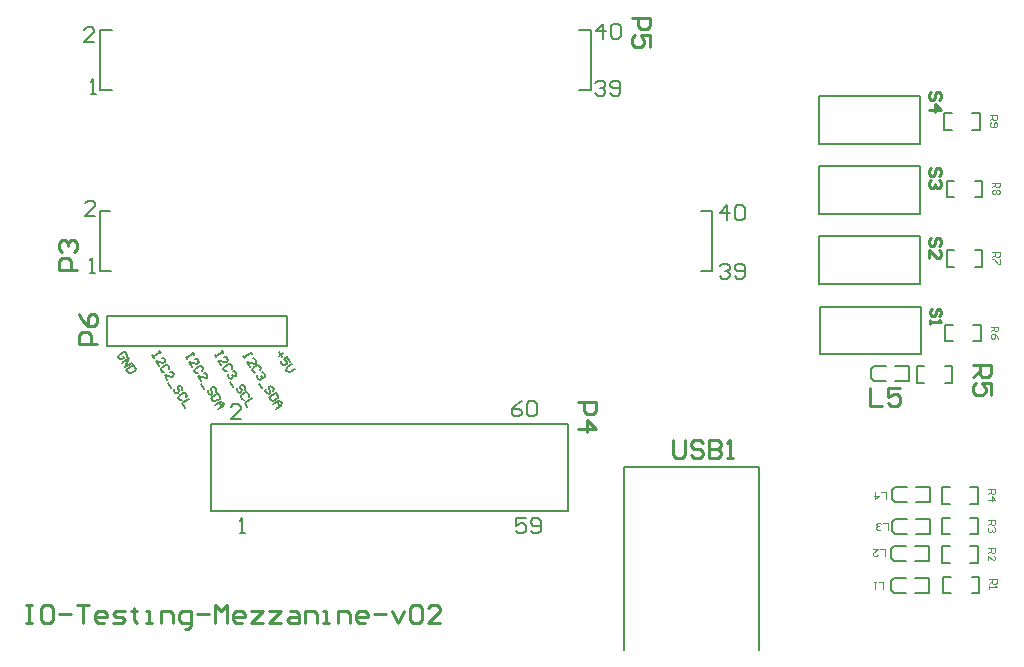
<source format=gto>
%FSTAX24Y24*%
%MOMM*%
%SFA1B1*%

%IPPOS*%
%ADD19C,0.250000*%
%ADD34C,0.200000*%
%ADD35C,0.130000*%
%ADD36C,0.180000*%
%ADD37C,0.150000*%
%ADD38C,0.100000*%
%ADD39C,0.200000*%
%LNio-testing-mezzanine-1*%
%LPD*%
G54D19*
X119399Y138399D02*
X124499D01*
X121899*
Y123199*
X119399*
X124499*
X1397Y138399D02*
X134599D01*
X132099Y135899*
Y125699*
X134599Y123199*
X1397*
X142199Y125699*
Y135899*
X1397Y138399*
X147299Y130799D02*
X157499D01*
X162499Y138399D02*
X172699D01*
X167599*
Y123199*
X185399D02*
X180299D01*
X1778Y125699*
Y130799*
X180299Y133299*
X185399*
X187899Y130799*
Y128299*
X1778*
X192999Y123199D02*
X200599D01*
X2032Y125699*
X200599Y128299*
X195599*
X192999Y130799*
X195599Y133299*
X2032*
X210799Y135899D02*
Y133299D01*
X208299*
X213299*
X210799*
Y125699*
X213299Y123199*
X220899D02*
X225999D01*
X223499*
Y133299*
X220899*
X233599Y123199D02*
Y133299D01*
X2413*
X243799Y130799*
Y123199*
X254Y118099D02*
X256499D01*
X258999Y120699*
Y133299*
X251399*
X248899Y130799*
Y125699*
X251399Y123199*
X258999*
X264099Y130799D02*
X274299D01*
X279299Y123199D02*
Y138399D01*
X284399Y133299*
X289499Y138399*
Y123199*
X302199D02*
X297099D01*
X294599Y125699*
Y130799*
X297099Y133299*
X302199*
X304699Y130799*
Y128299*
X294599*
X309799Y133299D02*
X319999D01*
X309799Y123199*
X319999*
X325099Y133299D02*
X335199D01*
X325099Y123199*
X335199*
X342799Y133299D02*
X347899D01*
X350399Y130799*
Y123199*
X342799*
X340299Y125699*
X342799Y128299*
X350399*
X355499Y123199D02*
Y133299D01*
X363099*
X365699Y130799*
Y123199*
X370799D02*
X375799D01*
X373299*
Y133299*
X370799*
X383499Y123199D02*
Y133299D01*
X391099*
X393599Y130799*
Y123199*
X406299D02*
X401199D01*
X398699Y125699*
Y130799*
X401199Y133299*
X406299*
X408799Y130799*
Y128299*
X398699*
X413899Y130799D02*
X424099D01*
X429199Y133299D02*
X434199Y123199D01*
X439299Y133299*
X444399Y135899D02*
X446899Y138399D01*
X451999*
X454599Y135899*
Y125699*
X451999Y123199*
X446899*
X444399Y125699*
Y135899*
X469799Y123199D02*
X459599D01*
X469799Y133299*
Y135899*
X467199Y138399*
X462199*
X459599Y135899*
X587099Y310299D02*
X602399D01*
Y302599*
X599799Y300099*
X594799*
X592199Y302599*
Y310299*
X587099Y287399D02*
X602399D01*
X594799Y294999*
Y284899*
X667099Y278199D02*
Y265499D01*
X669599Y262999*
X674699*
X677299Y265499*
Y278199*
X692499Y275699D02*
X689999Y278199D01*
X684899*
X682299Y275699*
Y273199*
X684899Y270599*
X689999*
X692499Y268099*
Y265499*
X689999Y262999*
X684899*
X682299Y265499*
X697599Y278199D02*
Y262999D01*
X705199*
X707699Y265499*
Y268099*
X705199Y270599*
X697599*
X705199*
X707699Y273199*
Y275699*
X705199Y278199*
X697599*
X712799Y262999D02*
X717899D01*
X715299*
Y278199*
X712799Y275699*
X179399Y359399D02*
X164199D01*
Y366999*
X166699Y369499*
X171799*
X174299Y366999*
Y359399*
X164199Y384699D02*
X166699Y379699D01*
X171799Y374599*
X176899*
X179399Y377099*
Y382199*
X176899Y384699*
X174299*
X171799Y382199*
Y374599*
X921699Y341599D02*
X936899D01*
Y333999*
X934399Y331399*
X929299*
X926799Y333999*
Y341599*
Y336499D02*
X921699Y331399D01*
X936899Y316199D02*
Y326399D01*
X929299*
X931899Y321299*
Y318699*
X929299Y316199*
X924199*
X921699Y318699*
Y323799*
X924199Y326399*
X833999Y321899D02*
Y306699D01*
X844099*
X859399Y321899D02*
X849199D01*
Y314299*
X854299Y316899*
X856799*
X859399Y314299*
Y309199*
X856799Y306699*
X851699*
X849199Y309199*
X162999Y421999D02*
X147799D01*
Y429599*
X150299Y432199*
X155399*
X157899Y429599*
Y421999*
X150299Y437199D02*
X147799Y439799D01*
Y444899*
X150299Y447399*
X152799*
X155399Y444899*
Y442299*
Y444899*
X157899Y447399*
X160499*
X162999Y444899*
Y439799*
X160499Y437199*
X892899Y382699D02*
X894599Y384399D01*
Y387699*
X892899Y389399*
X891299*
X889599Y387699*
Y384399*
X887899Y382699*
X886299*
X884599Y384399*
Y387699*
X886299Y389399*
X884599Y379399D02*
Y376099D01*
Y377699*
X894599*
X892899Y379399*
X892599Y442599D02*
X894299Y444199D01*
Y447499*
X892599Y449199*
X890899*
X889299Y447499*
Y444199*
X887599Y442599*
X885899*
X884299Y444199*
Y447499*
X885899Y449199*
X884299Y432599D02*
Y439199D01*
X890899Y432599*
X892599*
X894299Y434199*
Y437599*
X892599Y439199*
X892399Y566099D02*
X894099Y567799D01*
Y571099*
X892399Y572799*
X890799*
X889099Y571099*
Y567799*
X887399Y566099*
X885799*
X884099Y567799*
Y571099*
X885799Y572799*
X884099Y557799D02*
X894099D01*
X889099Y562799*
Y556099*
X632699Y635799D02*
X647899D01*
Y628199*
X645399Y625699*
X640299*
X637799Y628199*
Y635799*
X647899Y610499D02*
Y620599D01*
X640299*
X642799Y615499*
Y612999*
X640299Y610499*
X635199*
X632699Y612999*
Y618099*
X635199Y620599*
X892599Y501599D02*
X894299Y503199D01*
Y506499*
X892599Y508199*
X890899*
X889299Y506499*
Y503199*
X887599Y501599*
X885899*
X884299Y503199*
Y506499*
X885899Y508199*
X892599Y498199D02*
X894299Y496599D01*
Y493199*
X892599Y491599*
X890899*
X889299Y493199*
Y494899*
Y493199*
X887599Y491599*
X885899*
X884299Y493199*
Y496599*
X885899Y498199*
G54D34*
X182199Y420999D02*
Y471799D01*
X700399Y420999D02*
Y471799D01*
X182199D02*
X190799D01*
X182199Y420999D02*
X191299D01*
X690899D02*
X700399D01*
X690899Y471799D02*
X700399D01*
X187899Y357699D02*
Y383099D01*
X340299Y357699D02*
Y383099D01*
X187899Y357699D02*
X340299D01*
X187899Y383099D02*
X340299D01*
X276399Y291299D02*
X578599D01*
Y217699D02*
Y291299D01*
X276399Y217699D02*
X578599D01*
X276399D02*
Y291299D01*
X182199Y574799D02*
Y625599D01*
X597499Y574799D02*
Y625599D01*
X182199D02*
X192399D01*
X182199Y574799D02*
X192399D01*
X587399D02*
X597499D01*
X587399Y625599D02*
X597499D01*
G54D35*
X625999Y254999D02*
X740299D01*
X740099Y099999D02*
Y254199D01*
X625799Y099999D02*
Y254199D01*
X883699Y175799D02*
Y188399D01*
X851999Y185899D02*
X854499Y188399D01*
X851999Y178299D02*
X854499Y175799D01*
X851999Y178299D02*
Y185899D01*
X854499Y175799D02*
X864699D01*
X872299D02*
X883699D01*
X854499Y188399D02*
X864699D01*
X872299D02*
X883699D01*
X884699Y198799D02*
Y211499D01*
X852999Y208899D02*
X855499Y211499D01*
X852999Y201299D02*
X855499Y198799D01*
X852999Y201299D02*
Y208899D01*
X855499Y198799D02*
X865699D01*
X873299D02*
X884699D01*
X855499Y211499D02*
X865699D01*
X873299D02*
X884699D01*
Y225799D02*
Y238399D01*
X852999Y235899D02*
X855499Y238399D01*
X852999Y228299D02*
X855499Y225799D01*
X852999Y228299D02*
Y235899D01*
X855499Y225799D02*
X865699D01*
X873299D02*
X884699D01*
X855499Y238399D02*
X865699D01*
X873299D02*
X884699D01*
X866899Y328299D02*
Y340999D01*
X835199Y338399D02*
X837699Y340999D01*
X835199Y330799D02*
X837699Y328299D01*
X835199Y330799D02*
Y338399D01*
X837699Y328299D02*
X847899D01*
X855499D02*
X866899D01*
X837699Y340999D02*
X847899D01*
X855499D02*
X866899D01*
X872299Y161499D02*
X883699D01*
X854499D02*
X864699D01*
X872299Y148799D02*
X883699D01*
X854499D02*
X864699D01*
X851999Y151299D02*
Y158899D01*
Y151299D02*
X854499Y148799D01*
X851999Y158899D02*
X854499Y161499D01*
X883699Y148799D02*
Y161499D01*
X791899Y350499D02*
Y391099D01*
X876999Y350499D02*
Y391099D01*
X791899D02*
X876999D01*
X791899Y350499D02*
X876999D01*
X790899Y410499D02*
Y451099D01*
X875999Y410499D02*
Y451099D01*
X790899D02*
X875999D01*
X790899Y410499D02*
X875999D01*
X790899Y528499D02*
Y569099D01*
X875999Y528499D02*
Y569099D01*
X790899D02*
X875999D01*
X790899Y528499D02*
X875999D01*
X790899Y469499D02*
Y510099D01*
X875999Y469499D02*
Y510099D01*
X790899D02*
X875999D01*
X790899Y469499D02*
X875999D01*
G54D36*
X896299Y161999D02*
X902899D01*
X896299Y148199D02*
Y161999D01*
Y148199D02*
X902899D01*
X920099D02*
X926699D01*
Y161999*
X920099D02*
X926699D01*
X895299Y187999D02*
X901899D01*
X895299Y174199D02*
Y187999D01*
Y174199D02*
X901899D01*
X919099D02*
X925699D01*
Y187999*
X919099D02*
X925699D01*
X873499Y340499D02*
X880099D01*
X873499Y326699D02*
Y340499D01*
Y326699D02*
X880099D01*
X897299D02*
X903899D01*
Y340499*
X897299D02*
X903899D01*
X895299Y211899D02*
X901899D01*
X895299Y198099D02*
Y211899D01*
Y198099D02*
X901899D01*
X919099D02*
X925699D01*
Y211899*
X919099D02*
X925699D01*
X898899Y438699D02*
X905499D01*
X898899Y424899D02*
Y438699D01*
Y424899D02*
X905499D01*
X922699D02*
X929299D01*
Y438699*
X922699D02*
X929299D01*
X895299Y237999D02*
X901899D01*
X895299Y224199D02*
Y237999D01*
Y224199D02*
X901899D01*
X919099D02*
X925699D01*
Y237999*
X919099D02*
X925699D01*
X897899Y375699D02*
X904499D01*
X897899Y361899D02*
Y375699D01*
Y361899D02*
X904499D01*
X921699D02*
X928299D01*
Y375699*
X921699D02*
X928299D01*
X898899Y497699D02*
X905499D01*
X898899Y483899D02*
Y497699D01*
Y483899D02*
X905499D01*
X922699D02*
X929299D01*
Y497699*
X922699D02*
X929299D01*
X896899Y554699D02*
X903499D01*
X896899Y540899D02*
Y554699D01*
Y540899D02*
X903499D01*
X920699D02*
X927299D01*
Y554699*
X920699D02*
X927299D01*
G54D37*
X232299Y353399D02*
X233499Y351399D01*
X232899Y352399*
X226999Y348699*
X226399Y349699*
X227599Y347699*
X231899Y340799D02*
X229399Y344799D01*
X235899Y343299*
X236799Y343899*
X237199Y345499*
X235999Y347499*
X234399Y347799*
X240499Y337899D02*
X240899Y339499D01*
X239699Y341499*
X238099Y341899*
X234099Y339399*
X233699Y337799*
X234999Y335899*
X236599Y335499*
X239299Y328899D02*
X236799Y332899D01*
X243199Y331399*
X244199Y331999*
X244599Y333599*
X243399Y335599*
X241799Y335899*
X239499Y326299D02*
X241999Y322299D01*
X251599Y320099D02*
X251999Y321699D01*
X250699Y323699*
X249099Y324099*
X248099Y323399*
X247799Y321799*
X248999Y319799*
X248599Y318199*
X247599Y317599*
X245999Y317999*
X244799Y319999*
X245199Y321599*
X255299Y314099D02*
X255699Y315699D01*
X254399Y317699*
X252799Y318099*
X248899Y315599*
X248499Y313999*
X249699Y312099*
X251299Y311699*
X257499Y312799D02*
X251499Y309099D01*
X254Y305099*
X260699Y352399D02*
X261899Y350399D01*
X261299Y351399*
X255399Y347699*
X254799Y348699*
X255999Y346699*
X260299Y339799D02*
X257799Y343799D01*
X264299Y342299*
X265199Y3429*
X265599Y344499*
X264399Y346499*
X262799Y346799*
X268899Y336899D02*
X269299Y338499D01*
X268099Y340499*
X266499Y340899*
X262499Y338399*
X262099Y336799*
X263399Y334899*
X264999Y334499*
X267699Y327899D02*
X265199Y331899D01*
X271599Y330399*
X272599Y330999*
X272999Y332599*
X271799Y334599*
X270199Y334899*
X267899Y325299D02*
X270399Y321299D01*
X279999Y319099D02*
X280399Y320699D01*
X279099Y322699*
X277499Y323099*
X276499Y322399*
X276199Y320799*
X277399Y318799*
X276999Y317199*
X275999Y316599*
X274399Y316999*
X273199Y318999*
X273599Y320599*
X282199Y317699D02*
X276299Y313999D01*
X278099Y311099*
X279699Y310699*
X283699Y313099*
X284099Y314699*
X282199Y317699*
X279899Y308099D02*
X283899Y310499D01*
X287099Y309799*
X286399Y306599*
X282399Y304099*
X285399Y305999*
X282899Y309899*
X285299Y353999D02*
X286499Y351999D01*
X285899Y352999*
X279999Y349299*
X2794Y350299*
X280599Y348299*
X284899Y341399D02*
X282399Y345399D01*
X288899Y343899*
X289799Y344499*
X290199Y346099*
X288999Y348099*
X287399Y348399*
X293499Y338499D02*
X293899Y340099D01*
X292699Y342099*
X291099Y342499*
X287099Y339999*
X286699Y338399*
X287999Y336499*
X289599Y336099*
X294799Y336499D02*
X296399Y336199D01*
X297599Y334199*
X297199Y332599*
X296199Y331999*
X294599Y332299*
X293999Y333299*
X294599Y332299*
X294199Y330699*
X293299Y330099*
X291599Y330499*
X290399Y332499*
X290799Y334099*
X292499Y326899D02*
X294999Y322899D01*
X304599Y320699D02*
X304999Y322299D01*
X303699Y324299*
X302099Y324699*
X301099Y323999*
X300799Y322399*
X301999Y320399*
X301599Y318799*
X300599Y318199*
X298999Y318599*
X297799Y320599*
X298199Y322199*
X308299Y314699D02*
X308699Y316299D01*
X307399Y318299*
X305799Y318699*
X301899Y316199*
X301499Y314599*
X302699Y312699*
X304299Y312299*
X310499Y313399D02*
X304499Y309699D01*
X306999Y305699*
X309599Y352899D02*
X310799Y350899D01*
X310199Y351899*
X304199Y348199*
X303599Y349199*
X3048Y347199*
X309099Y340299D02*
X306699Y344299D01*
X313099Y342799*
X314099Y343399*
X314499Y344999*
X313299Y346999*
X311599Y347299*
X317799Y337399D02*
X318199Y338999D01*
X316899Y340999*
X315299Y341399*
X311399Y338899*
X310999Y337299*
X312199Y335399*
X313799Y334999*
X318999Y335399D02*
X320599Y335099D01*
X321899Y333099*
X321499Y331499*
X320499Y330899*
X318899Y331199*
X318299Y332199*
X318899Y331199*
X318499Y329599*
X3175Y328999*
X315899Y329399*
X314699Y331399*
X315099Y332999*
X316799Y325799D02*
X319199Y321799D01*
X328799Y319599D02*
X329199Y321199D01*
X327999Y323199*
X326399Y323599*
X325399Y322899*
X324999Y321299*
X326299Y319299*
X325899Y317699*
X324899Y317099*
X323299Y3175*
X321999Y319499*
X322399Y321099*
X331099Y318199D02*
X325099Y314499D01*
X326999Y311599*
X328599Y311199*
X332499Y313599*
X332899Y315199*
X331099Y318199*
X328799Y308599D02*
X332799Y310999D01*
X335999Y310299*
X335199Y307099*
X331299Y304599*
X334199Y306499*
X331799Y310399*
X334099Y352499D02*
X336599Y348499D01*
X337399Y351699D02*
X333399Y349199D01*
X343299Y344399D02*
X340799Y348399D01*
X337799Y346499*
X339999Y345099*
X340699Y344199*
X340299Y342499*
X338299Y341299*
X336699Y341699*
X335499Y343699*
X335799Y345299*
X344499Y342399D02*
X340499Y339899D01*
X339799Y336699*
X342999Y335999*
X346899Y338399*
X204599Y348699D02*
X204999Y350299D01*
X203699Y352299*
X202099Y352699*
X198199Y350199*
X197799Y348599*
X198999Y346599*
X200599Y346299*
X202599Y347499*
X201399Y349499*
X200899Y343699D02*
X206799Y347399D01*
X203299Y339699*
X209299Y343399*
X210499Y341399D02*
X204499Y337699D01*
X206399Y334699*
X207999Y334399*
X211999Y336799*
X212299Y338399*
X210499Y341399*
G54D38*
X934199Y236299D02*
X940199D01*
Y233299*
X939199Y232299*
X937199*
X936199Y233299*
Y236299*
Y234299D02*
X934199Y232299D01*
Y227299D02*
X940199D01*
X937199Y230299*
Y226299*
X937799Y436999D02*
X943799D01*
Y433999*
X942799Y432999*
X940799*
X9398Y433999*
Y436999*
Y434999D02*
X937799Y432999D01*
X943799Y430999D02*
Y426999D01*
X942799*
X938799Y430999*
X937799*
X934199Y210199D02*
X940199D01*
Y207199*
X939199Y206199*
X937199*
X936199Y207199*
Y210199*
Y208199D02*
X934199Y206199D01*
X939199Y204199D02*
X940199Y2032D01*
Y201199*
X939199Y200199*
X938199*
X937199Y201199*
Y202199*
Y201199*
X936199Y200199*
X935199*
X934199Y201199*
Y2032*
X935199Y204199*
X934199Y186299D02*
X940199D01*
Y183299*
X939199Y182299*
X937199*
X936199Y183299*
Y186299*
Y184299D02*
X934199Y182299D01*
Y176299D02*
Y180299D01*
X938199Y176299*
X939199*
X940199Y177299*
Y179299*
X939199Y180299*
X935199Y160299D02*
X941199D01*
Y157299*
X940199Y156299*
X938199*
X937199Y157299*
Y160299*
Y158299D02*
X935199Y156299D01*
Y154299D02*
Y152299D01*
Y153299*
X941199*
X940199Y154299*
X847499Y228099D02*
Y234099D01*
X843499*
X838499D02*
Y228099D01*
X841499Y231099*
X837499*
X849499Y202099D02*
Y208099D01*
X845499*
X843499Y203099D02*
X842499Y202099D01*
X840499*
X839499Y203099*
Y204099*
X840499Y205099*
X841499*
X840499*
X839499Y206099*
Y207099*
X840499Y208099*
X842499*
X843499Y207099*
X846499Y180099D02*
Y186099D01*
X842499*
X836499D02*
X840499D01*
X836499Y182099*
Y181099*
X837499Y180099*
X839499*
X840499Y181099*
X845499Y152099D02*
Y158099D01*
X841499*
X839499D02*
X837499D01*
X838499*
Y152099*
X839499Y153099*
X936799Y373999D02*
X942799D01*
Y370999*
X941799Y369999*
X9398*
X938799Y370999*
Y373999*
Y371999D02*
X936799Y369999D01*
X942799Y363999D02*
X941799Y365999D01*
X9398Y367999*
X937799*
X936799Y366999*
Y364999*
X937799Y363999*
X938799*
X9398Y364999*
Y367999*
X937799Y495999D02*
X943799D01*
Y492999*
X942799Y491999*
X940799*
X9398Y492999*
Y495999*
Y493999D02*
X937799Y491999D01*
X942799Y489999D02*
X943799Y488999D01*
Y486999*
X942799Y485999*
X941799*
X940799Y486999*
X9398Y485999*
X938799*
X937799Y486999*
Y488999*
X938799Y489999*
X9398*
X940799Y488999*
X941799Y489999*
X942799*
X940799Y488999D02*
Y486999D01*
X935799Y552999D02*
X941799D01*
Y549999*
X940799Y548999*
X938799*
X937799Y549999*
Y552999*
Y550999D02*
X935799Y548999D01*
X936799Y546999D02*
X935799Y545999D01*
Y543999*
X936799Y542999*
X940799*
X941799Y543999*
Y545999*
X940799Y546999*
X9398*
X938799Y545999*
Y542999*
G54D39*
X300399Y198999D02*
X304599D01*
X302499*
Y211699*
X300399Y209599*
X542599Y211699D02*
X534099D01*
Y205399*
X538299Y207499*
X540399*
X542599Y205399*
Y201099*
X540399Y198999*
X536199*
X534099Y201099*
X546799D02*
X548899Y198999D01*
X553099*
X555199Y201099*
Y209599*
X553099Y211699*
X548899*
X546799Y209599*
Y207499*
X548899Y205399*
X555199*
X539299Y310799D02*
X535099Y308699D01*
X530799Y304499*
Y300199*
X532899Y298099*
X537199*
X539299Y300199*
Y302399*
X537199Y304499*
X530799*
X543499Y308699D02*
X545599Y310799D01*
X549899*
X551999Y308699*
Y300199*
X549899Y298099*
X545599*
X543499Y300199*
Y308699*
X301399Y295599D02*
X292899D01*
X301399Y304099*
Y306199*
X299199Y308299*
X294999*
X292899Y306199*
X177999Y467999D02*
X169499D01*
X177999Y476499*
Y478599*
X175899Y480699*
X171599*
X169499Y478599*
X713099Y464199D02*
Y476899D01*
X706699Y470599*
X715199*
X719399Y474799D02*
X721499Y476899D01*
X725799*
X727899Y474799*
Y466299*
X725799Y464199*
X721499*
X719399Y466299*
Y474799*
X706699Y425299D02*
X708799Y427399D01*
X713099*
X715199Y425299*
Y423099*
X713099Y420999*
X710999*
X713099*
X715199Y418899*
Y416799*
X713099Y414699*
X708799*
X706699Y416799*
X719399D02*
X721499Y414699D01*
X725799*
X727899Y416799*
Y425299*
X725799Y427399*
X721499*
X719399Y425299*
Y423099*
X721499Y420999*
X727899*
X173299Y419799D02*
X177599D01*
X175399*
Y432499*
X173299Y430299*
X177399Y614899D02*
X168899D01*
X177399Y623399*
Y625499*
X175199Y627599*
X170999*
X168899Y625499*
X608099Y617699D02*
Y630399D01*
X601799Y623999*
X610299*
X614499Y628299D02*
X616599Y630399D01*
X620799*
X622999Y628299*
Y619799*
X620799Y617699*
X616599*
X614499Y619799*
Y628299*
X601499Y580099D02*
X603599Y582199D01*
X607799*
X609999Y580099*
Y577999*
X607799Y575799*
X605699*
X607799*
X609999Y573699*
Y571599*
X607799Y569499*
X603599*
X601499Y571599*
X614199D02*
X616299Y569499D01*
X620499*
X622699Y571599*
Y580099*
X620499Y582199*
X616299*
X614199Y580099*
Y577999*
X616299Y575799*
X622699*
X174199Y570899D02*
X178399D01*
X176299*
Y583599*
X174199Y581499*
M02*
</source>
